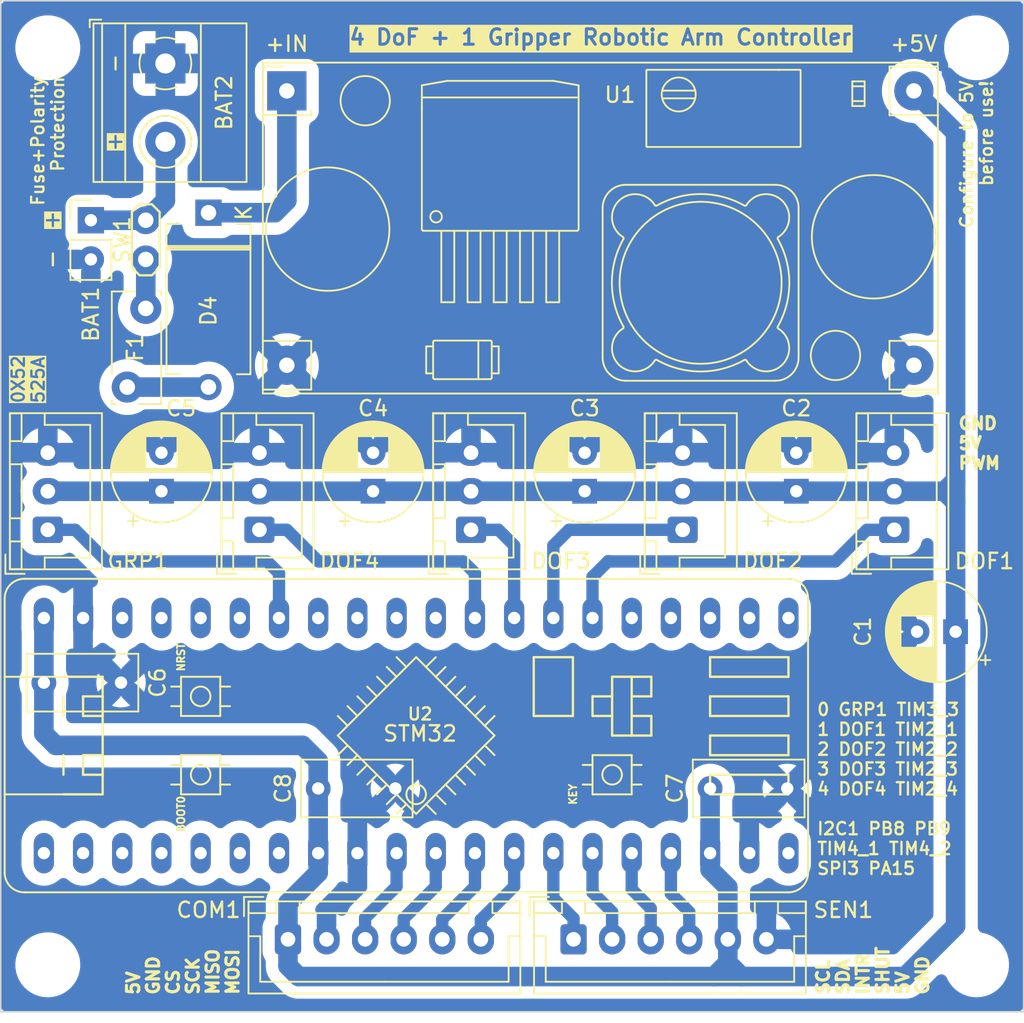
<source format=kicad_pcb>
(kicad_pcb (version 20221018) (generator pcbnew)
  (layers (0 "F.Cu" signal) (31 "B.Cu" signal) (34 "B.Paste" user) (35 "F.Paste" user) (36 "B.SilkS" user "B.Silkscreen") (37 "F.SilkS" user "F.Silkscreen") (38 "B.Mask" user) (39 "F.Mask" user) (44 "Edge.Cuts" user))
  (net 0 "")
  (net 1 "+12V")
  (net 2 "GND")
  (net 3 "+5V")
  (net 4 "MOSI")
  (net 5 "MISO")
  (net 6 "SCLK")
  (net 7 "CSEL")
  (net 8 "Net-(D4-K)")
  (net 9 "PWM1")
  (net 10 "PWM2")
  (net 11 "PWM3")
  (net 12 "PWM4")
  (net 13 "PWM5")
  (net 16 "SCL")
  (net 17 "SDA")
  (net 18 "INTR")
  (net 19 "SHUT")
  (net 39 "Net-(D4-A)")
  (net 40 "Net-(SW1-B)")
  (footprint "" (layer "F.Cu") (at 3.048 62.484)
    (fp_text reference "" (at 0 0) (layer "F.SilkS") (effects (font (size 1.27 1.27))))
    (fp_text value "" (at 0 0) (layer "F.SilkS") (effects (font (size 1.27 1.27))))
    (pad "" np_thru_hole circle (at 0 0) (size 3.2 3.2) (drill 3.2) (layers "F&B.Cu" "*.Mask"))
  )
  (footprint "TestPoint:TestPoint_2Pads_Pitch2.54mm_Drill0.8mm" (layer "F.Cu") (at 9.398 14.224 -90)
    (fp_text reference "SW1" (at 1.27 1.524 90) (layer "F.SilkS"))
    (fp_text value "SW_SPST")
    (pad "1" thru_hole circle (at 0 0 270) (size 1.8 1.8) (drill 1) (layers "*.Cu" "*.Mask") (net 1 "+12V"))
    (pad "2" thru_hole circle (at 2.54 0 270) (size 1.8 1.8) (drill 1) (layers "*.Cu" "*.Mask") (net 40 "Net-(SW1-B)"))
  )
  (footprint "Capacitor_THT:C_Rect_L7.0mm_W3.5mm_P5.00mm" (layer "F.Cu") (at 45.974 51.054)
    (fp_text reference "C7" (at -2.286 0 90) (layer "F.SilkS"))
    (fp_text value "220n")
    (pad "1" thru_hole circle (at 0 0) (size 1.6 1.6) (drill 0.8) (layers "*.Cu" "*.Mask") (net 3 "+5V"))
    (pad "2" thru_hole circle (at 5 0) (size 1.6 1.6) (drill 0.8) (layers "*.Cu" "*.Mask") (net 2 "GND"))
  )
  (footprint "TerminalBlock_Phoenix:TerminalBlock_Phoenix_MKDS-1,5-2-5.08_1x02_P5.08mm_Horizontal" (layer "F.Cu") (at 10.668 4.064 -90)
    (fp_text reference "BAT2" (at 2.54 -3.81 90) (layer "F.SilkS"))
    (fp_text value "Terminal Block")
    (pad "1" thru_hole rect (at 0 0 270) (size 2.6 2.6) (drill 1.3) (layers "*.Cu" "*.Mask") (net 2 "GND"))
    (pad "2" thru_hole circle (at 5.08 0 270) (size 2.6 2.6) (drill 1.3) (layers "*.Cu" "*.Mask") (net 1 "+12V"))
  )
  (footprint "" (layer "F.Cu") (at 63.246 3.048)
    (fp_text reference "" (at 0 0) (layer "F.SilkS") (effects (font (size 1.27 1.27))))
    (fp_text value "" (at 0 0) (layer "F.SilkS") (effects (font (size 1.27 1.27))))
    (pad "" np_thru_hole circle (at 0 0) (size 3.2 3.2) (drill 3.2) (layers "F&B.Cu" "*.Mask"))
  )
  (footprint "" (layer "F.Cu") (at 3.048 3.048)
    (fp_text reference "" (at 0 0) (layer "F.SilkS") (effects (font (size 1.27 1.27))))
    (fp_text value "" (at 0 0) (layer "F.SilkS") (effects (font (size 1.27 1.27))))
    (pad "" np_thru_hole circle (at 0 0) (size 3.2 3.2) (drill 3.2) (layers "F&B.Cu" "*.Mask"))
  )
  (footprint "Connector_PinHeader_2.54mm:PinHeader_1x02_P2.54mm_Vertical" (layer "F.Cu") (at 5.842 14.224)
    (fp_text reference "BAT1" (at 0 6.096 -90) (layer "F.SilkS"))
    (fp_text value "JST-RE")
    (pad "1" thru_hole rect (at 0 0) (size 1.7 1.7) (drill 0.8) (layers "*.Cu" "*.Mask") (net 1 "+12V"))
    (pad "2" thru_hole oval (at 0 2.54) (size 1.7 1.7) (drill 0.8) (layers "*.Cu" "*.Mask") (net 2 "GND"))
  )
  (footprint "Capacitor_THT:C_Rect_L7.0mm_W3.5mm_P5.00mm" (layer "F.Cu") (at 2.794 44.196)
    (fp_text reference "C6" (at 7.366 0 90) (layer "F.SilkS"))
    (fp_text value "220n")
    (pad "1" thru_hole circle (at 0 0) (size 1.6 1.6) (drill 0.8) (layers "*.Cu" "*.Mask") (net 3 "+5V"))
    (pad "2" thru_hole circle (at 5 0) (size 1.6 1.6) (drill 0.8) (layers "*.Cu" "*.Mask") (net 2 "GND"))
  )
  (footprint "Diode_THT:D_DO-201AD_P12.70mm_Horizontal" (layer "F.Cu") (at 13.462 13.736 -90)
    (fp_text reference "D4" (at 6.362 0 -90) (layer "F.SilkS"))
    (fp_text value "1N5822")
    (fp_text user "K" (at 0 -2.286 -90) (layer "F.SilkS"))
    (pad "1" thru_hole rect (at 0 0 270) (size 1.7 1.7) (drill 1) (layers "*.Cu" "*.Mask") (net 8 "Net-(D4-K)"))
    (pad "2" thru_hole oval (at 11.303 0 270) (size 1.7 1.7) (drill 1) (layers "*.Cu" "*.Mask") (net 39 "Net-(D4-A)"))
  )
  (footprint "Connector_JST:JST_XH_B3B-XH-A_1x03_P2.50mm_Vertical" (layer "F.Cu") (at 3.048 34.29 90)
    (fp_text reference "GRP1" (at -2.032 5.842) (layer "F.SilkS"))
    (fp_text value "MG90")
    (pad "1" thru_hole roundrect (at 0 0 90) (size 1.7 1.95) (drill 0.95) (layers "*.Cu" "*.Mask") (roundrect_rratio 0.1470588235) (net 13 "PWM5"))
    (pad "2" thru_hole oval (at 2.5 0 90) (size 1.7 1.95) (drill 0.95) (layers "*.Cu" "*.Mask") (net 3 "+5V"))
    (pad "3" thru_hole oval (at 5 0 90) (size 1.7 1.95) (drill 0.95) (layers "*.Cu" "*.Mask") (net 2 "GND"))
  )
  (footprint "Modul_StepDown:YAAJ_DCDC_StepDown_LM2596" (layer "F.Cu") (at 18.542 5.842)
    (fp_text reference "U1" (at 21.59 0.254) (layer "F.SilkS"))
    (fp_text value "StepDown_LM2596")
    (pad "1" thru_hole rect (at 0 0) (size 2.54 2.54) (drill 1) (layers "*.Cu" "*.Mask") (net 8 "Net-(D4-K)"))
    (pad "2" thru_hole circle (at 0 17.78) (size 2.54 2.54) (drill 1) (layers "*.Cu" "*.Mask") (net 2 "GND"))
    (pad "3" thru_hole circle (at 40.64 17.78) (size 2.54 2.54) (drill 1) (layers "*.Cu" "*.Mask") (net 2 "GND"))
    (pad "4" thru_hole circle (at 40.64 0) (size 2.54 2.54) (drill 1) (layers "*.Cu" "*.Mask") (net 3 "+5V"))
  )
  (footprint "Capacitor_THT:CP_Radial_D6.3mm_P2.50mm" (layer "F.Cu") (at 51.562 31.79 90)
    (fp_text reference "C2" (at 5.374 0 180) (layer "F.SilkS"))
    (fp_text value "220u")
    (pad "1" thru_hole rect (at 0 0 90) (size 1.6 1.6) (drill 0.8) (layers "*.Cu" "*.Mask") (net 3 "+5V"))
    (pad "2" thru_hole circle (at 2.5 0 90) (size 1.6 1.6) (drill 0.8) (layers "*.Cu" "*.Mask") (net 2 "GND"))
  )
  (footprint "Capacitor_THT:C_Rect_L7.0mm_W3.5mm_P5.00mm" (layer "F.Cu") (at 20.574 51.054)
    (fp_text reference "C8" (at -2.286 0 90) (layer "F.SilkS"))
    (fp_text value "220n")
    (pad "1" thru_hole circle (at 0 0) (size 1.6 1.6) (drill 0.8) (layers "*.Cu" "*.Mask") (net 3 "+5V"))
    (pad "2" thru_hole circle (at 5 0) (size 1.6 1.6) (drill 0.8) (layers "*.Cu" "*.Mask") (net 2 "GND"))
  )
  (footprint "Capacitor_THT:CP_Radial_D6.3mm_P2.50mm" (layer "F.Cu") (at 10.414 31.79 90)
    (fp_text reference "C5" (at 5.374 1.27 180) (layer "F.SilkS"))
    (fp_text value "220u")
    (pad "1" thru_hole rect (at 0 0 90) (size 1.6 1.6) (drill 0.8) (layers "*.Cu" "*.Mask") (net 3 "+5V"))
    (pad "2" thru_hole circle (at 2.5 0 90) (size 1.6 1.6) (drill 0.8) (layers "*.Cu" "*.Mask") (net 2 "GND"))
  )
  (footprint "" (layer "F.Cu") (at 63.246 62.484)
    (fp_text reference "" (at 0 0) (layer "F.SilkS") (effects (font (size 1.27 1.27))))
    (fp_text value "" (at 0 0) (layer "F.SilkS") (effects (font (size 1.27 1.27))))
    (pad "" np_thru_hole circle (at 0 0) (size 3.2 3.2) (drill 3.2) (layers "F&B.Cu" "*.Mask"))
  )
  (footprint "Capacitor_THT:CP_Radial_D6.3mm_P2.50mm" (layer "F.Cu") (at 37.846 31.79 90)
    (fp_text reference "C3" (at 5.374 0 180) (layer "F.SilkS"))
    (fp_text value "220u")
    (pad "1" thru_hole rect (at 0 0 90) (size 1.6 1.6) (drill 0.8) (layers "*.Cu" "*.Mask") (net 3 "+5V"))
    (pad "2" thru_hole circle (at 2.5 0 90) (size 1.6 1.6) (drill 0.8) (layers "*.Cu" "*.Mask") (net 2 "GND"))
  )
  (footprint "Connector_JST:JST_XH_B3B-XH-A_1x03_P2.50mm_Vertical" (layer "F.Cu") (at 16.764 34.29 90)
    (fp_text reference "DOF4" (at -2.032 5.842 180) (layer "F.SilkS"))
    (fp_text value "MG90")
    (pad "1" thru_hole roundrect (at 0 0 90) (size 1.7 1.95) (drill 0.95) (layers "*.Cu" "*.Mask") (roundrect_rratio 0.1470588235) (net 12 "PWM4"))
    (pad "2" thru_hole oval (at 2.5 0 90) (size 1.7 1.95) (drill 0.95) (layers "*.Cu" "*.Mask") (net 3 "+5V"))
    (pad "3" thru_hole oval (at 5 0 90) (size 1.7 1.95) (drill 0.95) (layers "*.Cu" "*.Mask") (net 2 "GND"))
  )
  (footprint "Capacitor_THT:CP_Radial_D6.3mm_P2.50mm" (layer "F.Cu") (at 61.887 40.894 180)
    (fp_text reference "C1" (at 6.007 0 90) (layer "F.SilkS"))
    (fp_text value "220u")
    (pad "1" thru_hole rect (at 0 0 180) (size 1.6 1.6) (drill 0.8) (layers "*.Cu" "*.Mask") (net 3 "+5V"))
    (pad "2" thru_hole circle (at 2.5 0 180) (size 1.6 1.6) (drill 0.8) (layers "*.Cu" "*.Mask") (net 2 "GND"))
  )
  (footprint "Fuse:Fuse_Bourns_MF-RG300" (layer "F.Cu") (at 9.398 19.939 -90)
    (fp_text reference "F1" (at 2.55 0.692 90) (layer "F.SilkS"))
    (fp_text value "6A")
    (pad "1" thru_hole circle (at 0 0 270) (size 2.01 2.01) (drill 1.01) (layers "*.Cu" "*.Mask") (net 40 "Net-(SW1-B)"))
    (pad "2" thru_hole circle (at 5.1 1.2 270) (size 2.01 2.01) (drill 1.01) (layers "*.Cu" "*.Mask") (net 39 "Net-(D4-A)"))
  )
  (footprint "Black_Pill:BLACK_PILL" (layer "F.Cu") (at 18.034 47.625 90)
    (fp_text reference "U2" (at 1.397 9.144 180) (layer "F.SilkS") (effects (font (size 0.787402 0.787402))))
    (fp_text value "BLACK_PILL")
    (fp_text user "BOOT0" (at -5.08 -6.35 90) (layer "F.SilkS") (effects (font (size 0.48 0.48))))
    (fp_text user "STM32" (at 0.127 9.144 180) (layer "F.SilkS"))
    (fp_text user "NRST" (at 5.08 -6.35 90) (layer "F.SilkS") (effects (font (size 0.48 0.48))))
    (fp_text user "KEY" (at -3.81 19.05 90) (layer "F.SilkS") (effects (font (size 0.48 0.48))))
    (pad "3.3V" thru_hole oval (at 7.62 -10.16 90) (size 2.616 1.308) (drill 0.8) (layers "*.Cu" "*.Mask"))
    (pad "3.3V1" thru_hole oval (at -7.62 33.02 90) (size 2.616 1.308) (drill 0.8) (layers "*.Cu" "*.Mask"))
    (pad "5V" thru_hole oval (at 7.62 -15.24 90) (size 2.616 1.308) (drill 0.8) (layers "*.Cu" "*.Mask") (net 3 "+5V"))
    (pad "5V1" thru_hole oval (at -7.62 27.94 90) (size 2.616 1.308) (drill 0.8) (layers "*.Cu" "*.Mask") (net 3 "+5V"))
    (pad "GND" thru_hole oval (at 7.62 -12.7 90) (size 2.616 1.308) (drill 0.8) (layers "*.Cu" "*.Mask") (net 2 "GND"))
    (pad "GND1" thru_hole oval (at -7.62 30.48 90) (size 2.616 1.308) (drill 0.8) (layers "*.Cu" "*.Mask") (net 2 "GND"))
    (pad "NRST" thru_hole oval (at 7.62 22.86 90) (size 2.616 1.308) (drill 0.8) (layers "*.Cu" "*.Mask"))
    (pad "PA0" thru_hole oval (at 7.62 20.32 90) (size 2.616 1.308) (drill 0.8) (layers "*.Cu" "*.Mask") (net 9 "PWM1"))
    (pad "PA1" thru_hole oval (at 7.62 17.78 90) (size 2.616 1.308) (drill 0.8) (layers "*.Cu" "*.Mask") (net 10 "PWM2"))
    (pad "PA2" thru_hole oval (at 7.62 15.24 90) (size 2.616 1.308) (drill 0.8) (layers "*.Cu" "*.Mask") (net 11 "PWM3"))
    (pad "PA3" thru_hole oval (at 7.62 12.7 90) (size 2.616 1.308) (drill 0.8) (layers "*.Cu" "*.Mask") (net 12 "PWM4"))
    (pad "PA4" thru_hole oval (at 7.62 10.16 90) (size 2.616 1.308) (drill 0.8) (layers "*.Cu" "*.Mask"))
    (pad "PA5" thru_hole oval (at 7.62 7.62 90) (size 2.616 1.308) (drill 0.8) (layers "*.Cu" "*.Mask"))
    (pad "PA6" thru_hole oval (at 7.62 5.08 90) (size 2.616 1.308) (drill 0.8) (layers "*.Cu" "*.Mask"))
    (pad "PA7" thru_hole oval (at 7.62 2.54 90) (size 2.616 1.308) (drill 0.8) (layers "*.Cu" "*.Mask"))
    (pad "PA8" thru_hole oval (at -7.62 -5.08 90) (size 2.616 1.308) (drill 0.8) (layers "*.Cu" "*.Mask"))
    (pad "PA9" thru_hole oval (at -7.62 -2.54 90) (size 2.616 1.308) (drill 0.8) (layers "*.Cu" "*.Mask"))
    (pad "PA10" thru_hole oval (at -7.62 0 90) (size 2.616 1.308) (drill 0.8) (layers "*.Cu" "*.Mask"))
    (pad "PA11" thru_hole oval (at -7.62 2.54 90) (size 2.616 1.308) (drill 0.8) (layers "*.Cu" "*.Mask") (net 3 "+5V"))
    (pad "PA12" thru_hole oval (at -7.62 5.08 90) (size 2.616 1.308) (drill 0.8) (layers "*.Cu" "*.Mask") (net 2 "GND"))
    (pad "PA15" thru_hole oval (at -7.62 7.62 90) (size 2.616 1.308) (drill 0.8) (layers "*.Cu" "*.Mask") (net 7 "CSEL"))
    (pad "PB0" thru_hole oval (at 7.62 0 90) (size 2.616 1.308) (drill 0.8) (layers "*.Cu" "*.Mask") (net 13 "PWM5"))
    (pad "PB1" thru_hole oval (at 7.62 -2.54 90) (size 2.616 1.308) (drill 0.8) (layers "*.Cu" "*.Mask"))
    (pad "PB2" thru_hole oval (at 7.62 -5.08 90) (size 2.616 1.308) (drill 0.8) (layers "*.Cu" "*.Mask"))
    (pad "PB3" thru_hole oval (at -7.62 10.16 90) (size 2.616 1.308) (drill 0.8) (layers "*.Cu" "*.Mask") (net 6 "SCLK"))
    (pad "PB4" thru_hole oval (at -7.62 12.7 90) (size 2.616 1.308) (drill 0.8) (layers "*.Cu" "*.Mask") (net 5 "MISO"))
    (pad "PB5" thru_hole oval (at -7.62 15.24 90) (size 2.616 1.308) (drill 0.8) (layers "*.Cu" "*.Mask") (net 4 "MOSI"))
    (pad "PB6" thru_hole oval (at -7.62 17.78 90) (size 2.616 1.308) (drill 0.8) (layers "*.Cu" "*.Mask") (net 16 "SCL"))
    (pad "PB7" thru_hole oval (at -7.62 20.32 90) (size 2.616 1.308) (drill 0.8) (layers "*.Cu" "*.Mask") (net 17 "SDA"))
    (pad "PB8" thru_hole oval (at -7.62 22.86 90) (size 2.616 1.308) (drill 0.8) (layers "*.Cu" "*.Mask") (net 18 "INTR"))
    (pad "PB9" thru_hole oval (at -7.62 25.4 90) (size 2.616 1.308) (drill 0.8) (layers "*.Cu" "*.Mask") (net 19 "SHUT"))
    (pad "PB10" thru_hole oval (at 7.62 -7.62 90) (size 2.616 1.308) (drill 0.8) (layers "*.Cu" "*.Mask"))
    (pad "PB12" thru_hole oval (at -7.62 -15.24 90) (size 2.616 1.308) (drill 0.8) (layers "*.Cu" "*.Mask"))
    (pad "PB13" thru_hole oval (at -7.62 -12.7 90) (size 2.616 1.308) (drill 0.8) (layers "*.Cu" "*.Mask"))
    (pad "PB14" thru_hole oval (at -7.62 -10.16 90) (size 2.616 1.308) (drill 0.8) (layers "*.Cu" "*.Mask"))
    (pad "PB15" thru_hole oval (at -7.62 -7.62 90) (size 2.616 1.308) (drill 0.8) (layers "*.Cu" "*.Mask"))
    (pad "PC13" thru_hole oval (at 7.62 30.48 90) (size 2.616 1.308) (drill 0.8) (layers "*.Cu" "*.Mask"))
    (pad "PC14" thru_hole oval (at 7.62 27.94 90) (size 2.616 1.308) (drill 0.8) (layers "*.Cu" "*.Mask"))
    (pad "PC15" thru_hole oval (at 7.62 25.4 90) (size 2.616 1.308) (drill 0.8) (layers "*.Cu" "*.Mask"))
    (pad "VBAT" thru_hole oval (at 7.62 33.02 90) (size 2.616 1.308) (drill 0.8) (layers "*.Cu" "*.Mask"))
  )
  (footprint "Connector_JST:JST_XH_B6B-XH-A_1x06_P2.50mm_Vertical" (layer "F.Cu") (at 37.124 60.833)
    (fp_text reference "SEN1" (at 17.486 -1.905 180) (layer "F.SilkS"))
    (fp_text value "VL53L0X")
    (pad "1" thru_hole roundrect (at 0 0) (size 1.7 1.95) (drill 0.95) (layers "*.Cu" "*.Mask") (roundrect_rratio 0.1470588235) (net 16 "SCL"))
    (pad "2" thru_hole oval (at 2.5 0) (size 1.7 1.95) (drill 0.95) (layers "*.Cu" "*.Mask") (net 17 "SDA"))
    (pad "3" thru_hole oval (at 5 0) (size 1.7 1.95) (drill 0.95) (layers "*.Cu" "*.Mask") (net 18 "INTR"))
    (pad "4" thru_hole oval (at 7.5 0) (size 1.7 1.95) (drill 0.95) (layers "*.Cu" "*.Mask") (net 19 "SHUT"))
    (pad "5" thru_hole oval (at 10 0) (size 1.7 1.95) (drill 0.95) (layers "*.Cu" "*.Mask") (net 3 "+5V"))
    (pad "6" thru_hole oval (at 12.5 0) (size 1.7 1.95) (drill 0.95) (layers "*.Cu" "*.Mask") (net 2 "GND"))
  )
  (footprint "Connector_JST:JST_XH_B3B-XH-A_1x03_P2.50mm_Vertical" (layer "F.Cu") (at 57.912 34.29 90)
    (fp_text reference "DOF1" (at -2.032 5.842 180) (layer "F.SilkS"))
    (fp_text value "MG995")
    (pad "1" thru_hole roundrect (at 0 0 90) (size 1.7 1.95) (drill 0.95) (layers "*.Cu" "*.Mask") (roundrect_rratio 0.1470588235) (net 9 "PWM1"))
    (pad "2" thru_hole oval (at 2.5 0 90) (size 1.7 1.95) (drill 0.95) (layers "*.Cu" "*.Mask") (net 3 "+5V"))
    (pad "3" thru_hole oval (at 5 0 90) (size 1.7 1.95) (drill 0.95) (layers "*.Cu" "*.Mask") (net 2 "GND"))
  )
  (footprint "Connector_JST:JST_XH_B3B-XH-A_1x03_P2.50mm_Vertical" (layer "F.Cu") (at 30.48 34.29 90)
    (fp_text reference "DOF3" (at -2.032 5.842 180) (layer "F.SilkS"))
    (fp_text value "MG90")
    (pad "1" thru_hole roundrect (at 0 0 90) (size 1.7 1.95) (drill 0.95) (layers "*.Cu" "*.Mask") (roundrect_rratio 0.1470588235) (net 11 "PWM3"))
    (pad "2" thru_hole oval (at 2.5 0 90) (size 1.7 1.95) (drill 0.95) (layers "*.Cu" "*.Mask") (net 3 "+5V"))
    (pad "3" thru_hole oval (at 5 0 90) (size 1.7 1.95) (drill 0.95) (layers "*.Cu" "*.Mask") (net 2 "GND"))
  )
  (footprint "Connector_JST:JST_XH_B3B-XH-A_1x03_P2.50mm_Vertical" (layer "F.Cu") (at 44.196 34.29 90)
    (fp_text reference "DOF2" (at -2.032 5.842 180) (layer "F.SilkS"))
    (fp_text value "MG995")
    (pad "1" thru_hole roundrect (at 0 0 90) (size 1.7 1.95) (drill 0.95) (layers "*.Cu" "*.Mask") (roundrect_rratio 0.1470588235) (net 10 "PWM2"))
    (pad "2" thru_hole oval (at 2.5 0 90) (size 1.7 1.95) (drill 0.95) (layers "*.Cu" "*.Mask") (net 3 "+5V"))
    (pad "3" thru_hole oval (at 5 0 90) (size 1.7 1.95) (drill 0.95) (layers "*.Cu" "*.Mask") (net 2 "GND"))
  )
  (footprint "Connector_JST:JST_XH_B6B-XH-A_1x06_P2.50mm_Vertical" (layer "F.Cu") (at 18.615 60.833)
    (fp_text reference "COM1" (at -5.153 -1.905 180) (layer "F.SilkS"))
    (fp_text value "ESP32-CAM")
    (pad "1" thru_hole roundrect (at 0 0) (size 1.7 1.95) (drill 0.95) (layers "*.Cu" "*.Mask") (roundrect_rratio 0.1470588235) (net 3 "+5V"))
    (pad "2" thru_hole oval (at 2.5 0) (size 1.7 1.95) (drill 0.95) (layers "*.Cu" "*.Mask") (net 2 "GND"))
    (pad "3" thru_hole oval (at 5 0) (size 1.7 1.95) (drill 0.95) (layers "*.Cu" "*.Mask") (net 7 "CSEL"))
    (pad "4" thru_hole oval (at 7.5 0) (size 1.7 1.95) (drill 0.95) (layers "*.Cu" "*.Mask") (net 6 "SCLK"))
    (pad "5" thru_hole oval (at 10 0) (size 1.7 1.95) (drill 0.95) (layers "*.Cu" "*.Mask") (net 5 "MISO"))
    (pad "6" thru_hole oval (at 12.5 0) (size 1.7 1.95) (drill 0.95) (layers "*.Cu" "*.Mask") (net 4 "MOSI"))
  )
  (footprint "Capacitor_THT:CP_Radial_D6.3mm_P2.50mm" (layer "F.Cu") (at 24.13 31.79 90)
    (fp_text reference "C4" (at 5.374 0 180) (layer "F.SilkS"))
    (fp_text value "220u")
    (pad "1" thru_hole rect (at 0 0 90) (size 1.6 1.6) (drill 0.8) (layers "*.Cu" "*.Mask") (net 3 "+5V"))
    (pad "2" thru_hole circle (at 2.5 0 90) (size 1.6 1.6) (drill 0.8) (layers "*.Cu" "*.Mask") (net 2 "GND"))
  )
  (gr_rect (start 0 0) (end 66.294 65.532) (stroke (width 0.1)) (fill none) (layer "Edge.Cuts"))
  (gr_text "+" (at 3.302 14.224 90) (layer "F.SilkS" knockout) (effects (font (size 1 1))))
  (gr_text "-" (at 7.366 4.064 90) (layer "F.SilkS") (effects (font (size 1 1))))
  (gr_text "Fuse+Polarity\nProtection" (at 3.048 4.826 90) (layer "F.SilkS") (effects (font (size 0.8 0.8)) (justify right)))
  (gr_text "Configure to 5V\nbefore use!" (at 63.246 5.08 90) (layer "F.SilkS") (effects (font (size 0.8 0.8)) (justify right)))
  (gr_text "0 GRP1 TIM3_3\n1 DOF1 TIM2_1\n2 DOF2 TIM2_2\n3 DOF3 TIM2_3\n4 DOF4 TIM2_4\n\nI2C1 PB8 PB9\nTIM4_1 TIM4_2\nSPI3 PA15\n" (at 52.832 45.466) (layer "F.SilkS") (effects (font (size 0.8 0.8)) (justify left top)))
  (gr_text "+5V" (at 59.182 2.794) (layer "F.SilkS") (effects (font (size 1 1))))
  (gr_text "0X52\n525A" (at 1.778 26.162 90) (layer "F.SilkS" knockout) (effects (font (size 0.8 0.8)) (justify left)))
  (gr_text "+IN" (at 18.542 2.794) (layer "F.SilkS") (effects (font (size 1 1))))
  (gr_text "GND\n5V\nPWM\n" (at 61.976 26.924) (layer "F.SilkS") (effects (font (size 0.8 0.8) (thickness 0.2) bold) (justify left top)))
  (gr_text "SCL\nSDA\nINTR\nSHUT\n5V\nGND" (at 52.832 64.516 90) (layer "F.SilkS") (effects (font (size 0.8 0.8) (thickness 0.2) bold) (justify left top)))
  (gr_text "-" (at 3.302 16.764 90) (layer "F.SilkS") (effects (font (size 1 1))))
  (gr_text "5V\nGND\nCS\nSCK\nMISO\nMOSI" (at 15.494 64.516 90) (layer "F.SilkS") (effects (font (size 0.8 0.8) (thickness 0.2) bold) (justify left bottom)))
  (gr_text "4 DoF + 1 Gripper Robotic Arm Controller" (at 38.862 1.778) (layer "F.SilkS" knockout) (effects (font (size 1 1) (thickness 0.2) bold) (justify top)))
  (gr_text "+" (at 7.366 9.144 90) (layer "F.SilkS" knockout) (effects (font (size 1 1))))
  (segment (start 5.842 14.224) (end 9.398 14.224) (width 1.27) (layer "B.Cu") (net 1))
  (segment (start 10.668 12.954) (end 9.398 14.224) (width 1.27) (layer "B.Cu") (net 1))
  (segment (start 10.668 9.144) (end 10.668 12.954) (width 1.27) (layer "B.Cu") (net 1))
  (segment (start 58.619126 63.243) (end 48.006 63.243) (width 1.27) (layer "B.Cu") (net 3))
  (segment (start 18.615 62.557) (end 18.615 60.833) (width 1.27) (layer "B.Cu") (net 3))
  (segment (start 20.574 56.515) (end 20.574 55.245) (width 1.27) (layer "B.Cu") (net 3))
  (segment (start 47.124 62.361) (end 47.11 62.361) (width 1.27) (layer "B.Cu") (net 3))
  (segment (start 61.165 31.79) (end 61.887 32.512) (width 1.27) (layer "B.Cu") (net 3))
  (segment (start 61.887 59.975126) (end 58.619126 63.243) (width 1.27) (layer "B.Cu") (net 3))
  (segment (start 47.124 57.463292) (end 45.974 56.313292) (width 1.27) (layer "B.Cu") (net 3))
  (segment (start 47.124 62.361) (end 48.006 63.243) (width 1.27) (layer "B.Cu") (net 3))
  (segment (start 2.794 40.005) (end 2.794 44.196) (width 1.27) (layer "B.Cu") (net 3))
  (segment (start 47.124 60.833) (end 47.124 62.361) (width 1.27) (layer "B.Cu") (net 3))
  (segment (start 20.574 51.054) (end 20.574 49.276) (width 1.27) (layer "B.Cu") (net 3))
  (segment (start 18.615 58.474) (end 20.574 56.515) (width 1.27) (layer "B.Cu") (net 3))
  (segment (start 59.182 5.842) (end 61.887 8.547) (width 1.27) (layer "B.Cu") (net 3))
  (segment (start 19.558 48.26) (end 3.556 48.26) (width 1.27) (layer "B.Cu") (net 3))
  (segment (start 61.887 40.894) (end 61.887 59.975126) (width 1.27) (layer "B.Cu") (net 3))
  (segment (start 19.301 63.243) (end 18.615 62.557) (width 1.27) (layer "B.Cu") (net 3))
  (segment (start 18.615 60.833) (end 18.615 58.474) (width 1.27) (layer "B.Cu") (net 3))
  (segment (start 20.574 55.245) (end 20.574 51.054) (width 1.27) (layer "B.Cu") (net 3))
  (segment (start 61.887 31.242) (end 61.887 8.547) (width 1.27) (layer "B.Cu") (net 3))
  (segment (start 3.556 48.26) (end 2.794 47.498) (width 1.27) (layer "B.Cu") (net 3))
  (segment (start 61.165 31.79) (end 61.713 31.242) (width 1.27) (layer "B.Cu") (net 3))
  (segment (start 61.713 31.242) (end 61.887 31.242) (width 1.27) (layer "B.Cu") (net 3))
  (segment (start 46.228 63.243) (end 19.301 63.243) (width 1.27) (layer "B.Cu") (net 3))
  (segment (start 61.887 40.894) (end 61.887 32.512) (width 1.27) (layer "B.Cu") (net 3))
  (segment (start 20.574 49.276) (end 19.558 48.26) (width 1.27) (layer "B.Cu") (net 3))
  (segment (start 57.912 31.79) (end 3.048 31.79) (width 1.27) (layer "B.Cu") (net 3))
  (segment (start 45.974 56.313292) (end 45.974 55.245) (width 1.27) (layer "B.Cu") (net 3))
  (segment (start 45.974 51.054) (end 45.974 55.245) (width 1.27) (layer "B.Cu") (net 3))
  (segment (start 47.11 62.361) (end 46.228 63.243) (width 1.27) (layer "B.Cu") (net 3))
  (segment (start 57.912 31.79) (end 61.165 31.79) (width 1.27) (layer "B.Cu") (net 3))
  (segment (start 47.124 60.833) (end 47.124 57.463292) (width 1.27) (layer "B.Cu") (net 3))
  (segment (start 48.006 63.243) (end 46.228 63.243) (width 1.27) (layer "B.Cu") (net 3))
  (segment (start 61.887 32.512) (end 61.887 31.242) (width 1.27) (layer "B.Cu") (net 3))
  (segment (start 2.794 47.498) (end 2.794 44.196) (width 1.27) (layer "B.Cu") (net 3))
  (segment (start 31.115 60.833) (end 31.115 59.563) (width 0.8) (layer "B.Cu") (net 4))
  (segment (start 31.115 59.563) (end 33.274 57.404) (width 0.8) (layer "B.Cu") (net 4))
  (segment (start 33.274 57.404) (end 33.274 55.245) (width 0.8) (layer "B.Cu") (net 4))
  (segment (start 28.615 60.833) (end 28.615 59.523) (width 0.8) (layer "B.Cu") (net 5))
  (segment (start 30.734 57.404) (end 30.734 55.245) (width 0.8) (layer "B.Cu") (net 5))
  (segment (start 28.615 59.523) (end 30.734 57.404) (width 0.8) (layer "B.Cu") (net 5))
  (segment (start 26.115 60.833) (end 26.115 59.483) (width 0.8) (layer "B.Cu") (net 6))
  (segment (start 28.194 57.404) (end 28.194 55.245) (width 0.8) (layer "B.Cu") (net 6))
  (segment (start 26.115 59.483) (end 28.194 57.404) (width 0.8) (layer "B.Cu") (net 6))
  (segment (start 23.615 59.443) (end 25.654 57.404) (width 0.8) (layer "B.Cu") (net 7))
  (segment (start 23.615 60.833) (end 23.615 59.443) (width 0.8) (layer "B.Cu") (net 7))
  (segment (start 25.654 57.404) (end 25.654 55.245) (width 0.8) (layer "B.Cu") (net 7))
  (segment (start 18.542 12.954) (end 18.542 5.842) (width 1.27) (layer "B.Cu") (net 8))
  (segment (start 17.76 13.736) (end 18.542 12.954) (width 1.27) (layer "B.Cu") (net 8))
  (segment (start 13.462 13.736) (end 17.76 13.736) (width 1.27) (layer "B.Cu") (net 8))
  (segment (start 39.37 36.322) (end 39.388 36.34) (width 0.8) (layer "B.Cu") (net 9))
  (segment (start 56.134 34.29) (end 57.912 34.29) (width 0.8) (layer "B.Cu") (net 9))
  (segment (start 38.354 40.005) (end 38.354 37.338) (width 0.8) (layer "B.Cu") (net 9))
  (segment (start 54.084 36.34) (end 56.134 34.29) (width 0.8) (layer "B.Cu") (net 9))
  (segment (start 38.354 37.338) (end 39.37 36.322) (width 0.8) (layer "B.Cu") (net 9))
  (segment (start 39.388 36.34) (end 54.084 36.34) (width 0.8) (layer "B.Cu") (net 9))
  (segment (start 36.83 34.29) (end 44.196 34.29) (width 0.8) (layer "B.Cu") (net 10))
  (segment (start 35.814 35.306) (end 36.83 34.29) (width 0.8) (layer "B.Cu") (net 10))
  (segment (start 35.814 40.005) (end 35.814 35.306) (width 0.8) (layer "B.Cu") (net 10))
  (segment (start 33.274 40.005) (end 33.274 35.306) (width 0.8) (layer "B.Cu") (net 11))
  (segment (start 32.258 34.29) (end 30.48 34.29) (width 0.8) (layer "B.Cu") (net 11))
  (segment (start 33.274 35.306) (end 32.258 34.29) (width 0.8) (layer "B.Cu") (net 11))
  (segment (start 20.592 36.34) (end 18.542 34.29) (width 0.8) (layer "B.Cu") (net 12))
  (segment (start 18.542 34.29) (end 16.764 34.29) (width 0.8) (layer "B.Cu") (net 12))
  (segment (start 29.972 36.34) (end 20.592 36.34) (width 0.8) (layer "B.Cu") (net 12))
  (segment (start 30.734 37.102) (end 29.972 36.34) (width 0.8) (layer "B.Cu") (net 12))
  (segment (start 30.734 40.005) (end 30.734 37.102) (width 0.8) (layer "B.Cu") (net 12))
  (segment (start 18.034 40.005) (end 18.034 37.102) (width 0.8) (layer "B.Cu") (net 13))
  (segment (start 17.272 36.34) (end 6.876 36.34) (width 0.8) (layer "B.Cu") (net 13))
  (segment (start 18.034 37.102) (end 17.272 36.34) (width 0.8) (layer "B.Cu") (net 13))
  (segment (start 6.876 36.34) (end 4.826 34.29) (width 0.8) (layer "B.Cu") (net 13))
  (segment (start 4.826 34.29) (end 3.048 34.29) (width 0.8) (layer "B.Cu") (net 13))
  (segment (start 37.124 59.476) (end 35.814 58.166) (width 0.8) (layer "B.Cu") (net 16))
  (segment (start 35.814 58.166) (end 35.814 55.245) (width 0.8) (layer "B.Cu") (net 16))
  (segment (start 37.124 60.833) (end 37.124 59.476) (width 0.8) (layer "B.Cu") (net 16))
  (segment (start 39.624 59.058) (end 38.354 57.788) (width 0.8) (layer "B.Cu") (net 17))
  (segment (start 38.354 57.788) (end 38.354 55.245) (width 0.8) (layer "B.Cu") (net 17))
  (segment (start 39.624 60.833) (end 39.624 59.058) (width 0.8) (layer "B.Cu") (net 17))
  (segment (start 42.124 60.833) (end 42.124 58.820742) (width 0.8) (layer "B.Cu") (net 18))
  (segment (start 42.124 58.820742) (end 40.894 57.590742) (width 0.8) (layer "B.Cu") (net 18))
  (segment (start 40.894 57.590742) (end 40.894 55.245) (width 0.8) (layer "B.Cu") (net 18))
  (segment (start 43.434 57.868) (end 43.434 55.245) (width 0.8) (layer "B.Cu") (net 19))
  (segment (start 44.624 59.058) (end 43.434 57.868) (width 0.8) (layer "B.Cu") (net 19))
  (segment (start 44.624 60.833) (end 44.624 59.058) (width 0.8) (layer "B.Cu") (net 19))
  (segment (start 8.198 25.039) (end 13.462 25.039) (width 1.27) (layer "B.Cu") (net 39))
  (segment (start 9.398 19.939) (end 9.398 16.764) (width 1.27) (layer "B.Cu") (net 40))
  (zone (net 2) (net_name "GND") (layer "B.Cu") (connect_pads (clearance 0.8)) (min_thickness 0.8) (fill yes (thermal_gap 0.8) (thermal_bridge_width 1.27))
    (polygon (pts (xy 0 0) (xy 66.294 0) (xy 66.294 65.532) (xy 0 65.532)))
  )
)
</source>
